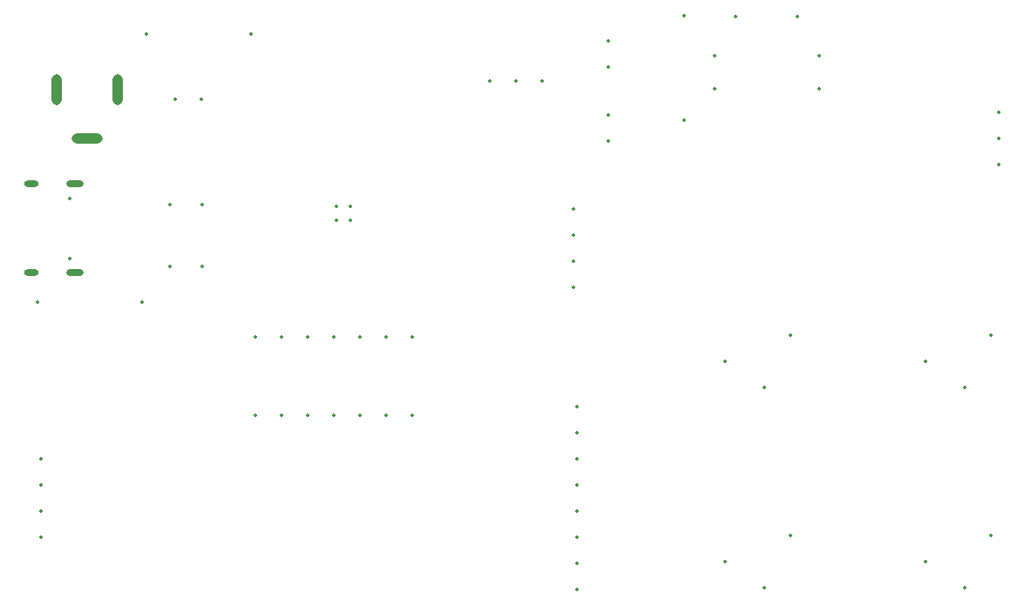
<source format=gbo>
%TF.GenerationSoftware,KiCad,Pcbnew,8.0.8*%
%TF.CreationDate,2025-02-13T18:12:52+13:00*%
%TF.ProjectId,Intelliwatch-Mk-II,496e7465-6c6c-4697-9761-7463682d4d6b,1.?*%
%TF.SameCoordinates,Original*%
%TF.FileFunction,Legend,Bot*%
%TF.FilePolarity,Positive*%
%FSLAX46Y46*%
G04 Gerber Fmt 4.6, Leading zero omitted, Abs format (unit mm)*
G04 Created by KiCad (PCBNEW 8.0.8) date 2025-02-13 18:12:52*
%MOMM*%
%LPD*%
G01*
G04 APERTURE LIST*
%ADD10C,0.350000*%
%ADD11O,1.700000X0.600000*%
%ADD12O,1.400000X0.600000*%
%ADD13O,1.000000X3.000000*%
%ADD14O,3.000000X1.000000*%
G04 APERTURE END LIST*
D10*
X125250000Y-63550000D03*
X125250000Y-66090000D03*
X125250000Y-68630000D03*
X125250000Y-71170000D03*
X143750000Y-100350000D03*
X146290000Y-95270000D03*
X139940000Y-97810000D03*
X128600000Y-49700000D03*
X128600000Y-47200000D03*
X122200000Y-51100000D03*
X119660000Y-51100000D03*
X117120000Y-51100000D03*
X163290000Y-80850000D03*
X165830000Y-75770000D03*
X159480000Y-78310000D03*
X93880000Y-46500000D03*
X83720000Y-46500000D03*
X166525000Y-54100000D03*
X166525000Y-56640000D03*
X166525000Y-59180000D03*
X163290000Y-100350000D03*
X165830000Y-95270000D03*
X159480000Y-97810000D03*
X128600000Y-56882400D03*
X128600000Y-54382400D03*
X83330000Y-72600000D03*
X73170000Y-72600000D03*
X109580000Y-75980000D03*
X107040000Y-75980000D03*
X104500000Y-75980000D03*
X101960000Y-75980000D03*
X99420000Y-75980000D03*
X96880000Y-75980000D03*
X94340000Y-75980000D03*
X94340000Y-83600000D03*
X96880000Y-83600000D03*
X99420000Y-83600000D03*
X101960000Y-83600000D03*
X104500000Y-83600000D03*
X107040000Y-83600000D03*
X109580000Y-83600000D03*
X89200000Y-63100000D03*
X89200000Y-69100000D03*
X76280000Y-62530000D03*
X76280000Y-68310000D03*
D11*
X76800000Y-61100000D03*
D12*
X72600000Y-61100000D03*
D11*
X76800000Y-69740000D03*
D12*
X72600000Y-69740000D03*
D10*
X125550000Y-82775000D03*
X125550000Y-85315000D03*
X125550000Y-87855000D03*
X125550000Y-90395000D03*
X125550000Y-92935000D03*
X125550000Y-95475000D03*
X125550000Y-98015000D03*
X125550000Y-100555000D03*
X73500000Y-87850000D03*
X73500000Y-90390000D03*
X73500000Y-92930000D03*
X73500000Y-95470000D03*
X136000000Y-54930000D03*
X136000000Y-44770000D03*
D13*
X81000000Y-51942500D03*
X75000000Y-51942500D03*
D14*
X78000000Y-56642500D03*
D10*
X141000000Y-44850000D03*
X147000000Y-44850000D03*
X89082400Y-52900000D03*
X86582400Y-52900000D03*
X143750000Y-80850000D03*
X146290000Y-75770000D03*
X139940000Y-78310000D03*
X103600000Y-64650000D03*
X103600000Y-63250000D03*
X102200000Y-64650000D03*
X102200000Y-63250000D03*
X138920000Y-48600000D03*
X149080000Y-48600000D03*
X138920000Y-51850000D03*
X149080000Y-51850000D03*
X86000000Y-63100000D03*
X86000000Y-69100000D03*
M02*

</source>
